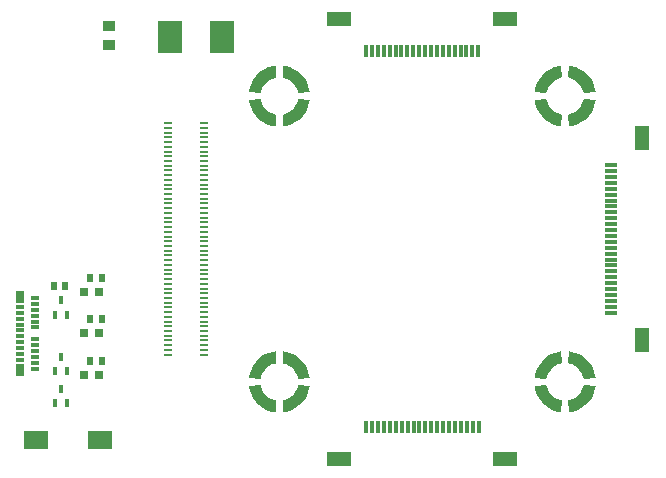
<source format=gtp>
G04*
G04 #@! TF.GenerationSoftware,Altium Limited,Altium Designer,20.0.13 (296)*
G04*
G04 Layer_Color=8421504*
%FSLAX44Y44*%
%MOMM*%
G71*
G01*
G75*
%ADD19R,2.1590X2.7430*%
%ADD20R,1.0000X0.9000*%
%ADD21R,0.3000X1.0000*%
%ADD22R,2.0000X1.3000*%
%ADD23R,1.3000X2.0000*%
%ADD24R,1.0000X0.3000*%
%ADD25R,0.5500X0.6500*%
%ADD26R,0.3000X0.7100*%
%ADD27R,0.7000X0.3000*%
%ADD28R,0.7000X1.0000*%
%ADD29R,0.7000X0.1800*%
%ADD30R,0.8000X0.8000*%
%ADD31R,2.0000X1.5000*%
G36*
X275831Y53194D02*
X276222Y63243D01*
X275028Y63501D01*
X272716Y64286D01*
X270551Y65413D01*
X268582Y66856D01*
X266856Y68582D01*
X265413Y70551D01*
X264286Y72716D01*
X263501Y75028D01*
X263243Y76222D01*
X263243D01*
X253194Y75831D01*
X253457Y73687D01*
X254684Y69544D01*
X256578Y65661D01*
X259088Y62143D01*
X262143Y59088D01*
X265661Y56578D01*
X269544Y54684D01*
X273687Y53457D01*
X275831Y53194D01*
X275831Y53194D01*
D02*
G37*
G36*
X253194Y82169D02*
X263243Y81778D01*
X263501Y82972D01*
X264286Y85284D01*
X265413Y87449D01*
X266856Y89418D01*
X268582Y91144D01*
X270551Y92587D01*
X272716Y93714D01*
X275028Y94499D01*
X276222Y94757D01*
D01*
X275831Y104806D01*
X273687Y104543D01*
X269544Y103316D01*
X265661Y101422D01*
X262143Y98912D01*
X259088Y95857D01*
X256578Y92339D01*
X254684Y88456D01*
X253457Y84313D01*
X253194Y82169D01*
X253194D01*
D02*
G37*
G36*
X304806Y75831D02*
X294757Y76222D01*
X294499Y75028D01*
X293714Y72716D01*
X292587Y70551D01*
X291144Y68582D01*
X289418Y66856D01*
X287449Y65413D01*
X285284Y64286D01*
X282972Y63501D01*
X281778Y63243D01*
X281778Y63243D01*
X282169Y53194D01*
X284313Y53457D01*
X288456Y54684D01*
X292339Y56578D01*
X295857Y59088D01*
X298912Y62143D01*
X301422Y65661D01*
X303316Y69544D01*
X304543Y73687D01*
X304806Y75831D01*
Y75831D01*
D02*
G37*
G36*
X282169Y104806D02*
X281778Y94757D01*
X282972Y94499D01*
X285284Y93714D01*
X287449Y92587D01*
X289418Y91144D01*
X291144Y89418D01*
X292587Y87449D01*
X293714Y85284D01*
X294499Y82972D01*
X294757Y81778D01*
Y81778D01*
X304806Y82169D01*
X304543Y84313D01*
X303316Y88456D01*
X301422Y92339D01*
X298912Y95857D01*
X295857Y98912D01*
X292339Y101422D01*
X288456Y103316D01*
X284313Y104543D01*
X282169Y104806D01*
D01*
D02*
G37*
G36*
X275831Y295194D02*
X276222Y305243D01*
X275028Y305501D01*
X272716Y306286D01*
X270551Y307413D01*
X268582Y308856D01*
X266856Y310582D01*
X265413Y312551D01*
X264286Y314716D01*
X263501Y317028D01*
X263243Y318222D01*
X263243D01*
X253194Y317831D01*
X253457Y315687D01*
X254684Y311544D01*
X256578Y307661D01*
X259088Y304143D01*
X262143Y301088D01*
X265661Y298578D01*
X269544Y296684D01*
X273687Y295457D01*
X275831Y295194D01*
X275831Y295194D01*
D02*
G37*
G36*
X253194Y324169D02*
X263243Y323778D01*
X263501Y324972D01*
X264286Y327284D01*
X265413Y329449D01*
X266856Y331418D01*
X268582Y333144D01*
X270551Y334587D01*
X272716Y335714D01*
X275028Y336499D01*
X276222Y336757D01*
D01*
X275831Y346806D01*
X273687Y346543D01*
X269544Y345316D01*
X265661Y343422D01*
X262143Y340913D01*
X259088Y337857D01*
X256578Y334339D01*
X254684Y330456D01*
X253457Y326313D01*
X253194Y324169D01*
X253194D01*
D02*
G37*
G36*
X304806Y317831D02*
X294757Y318222D01*
X294499Y317028D01*
X293714Y314716D01*
X292587Y312551D01*
X291144Y310582D01*
X289418Y308856D01*
X287449Y307413D01*
X285284Y306286D01*
X282972Y305501D01*
X281778Y305243D01*
X281778Y305243D01*
X282169Y295194D01*
X284313Y295457D01*
X288456Y296684D01*
X292339Y298578D01*
X295857Y301088D01*
X298912Y304143D01*
X301422Y307661D01*
X303316Y311544D01*
X304543Y315687D01*
X304806Y317831D01*
Y317831D01*
D02*
G37*
G36*
X282169Y346806D02*
X281778Y336757D01*
X282972Y336499D01*
X285284Y335714D01*
X287449Y334587D01*
X289418Y333144D01*
X291144Y331418D01*
X292587Y329449D01*
X293714Y327284D01*
X294499Y324972D01*
X294757Y323778D01*
Y323778D01*
X304806Y324169D01*
X304543Y326313D01*
X303316Y330456D01*
X301422Y334339D01*
X298912Y337857D01*
X295857Y340913D01*
X292339Y343422D01*
X288456Y345316D01*
X284313Y346543D01*
X282169Y346806D01*
D01*
D02*
G37*
G36*
X517831Y53194D02*
X518222Y63243D01*
X517028Y63501D01*
X514716Y64286D01*
X512551Y65413D01*
X510582Y66856D01*
X508856Y68582D01*
X507413Y70551D01*
X506286Y72716D01*
X505501Y75028D01*
X505243Y76222D01*
X505243D01*
X495194Y75831D01*
X495457Y73687D01*
X496684Y69544D01*
X498578Y65661D01*
X501088Y62143D01*
X504143Y59088D01*
X507661Y56578D01*
X511544Y54684D01*
X515687Y53457D01*
X517831Y53194D01*
X517831Y53194D01*
D02*
G37*
G36*
X495194Y82169D02*
X505243Y81778D01*
X505501Y82972D01*
X506286Y85284D01*
X507413Y87449D01*
X508856Y89418D01*
X510582Y91144D01*
X512551Y92587D01*
X514716Y93714D01*
X517028Y94499D01*
X518222Y94757D01*
D01*
X517831Y104806D01*
X515687Y104543D01*
X511544Y103316D01*
X507661Y101422D01*
X504143Y98912D01*
X501088Y95857D01*
X498578Y92339D01*
X496684Y88456D01*
X495457Y84313D01*
X495194Y82169D01*
X495194D01*
D02*
G37*
G36*
X546806Y75831D02*
X536757Y76222D01*
X536499Y75028D01*
X535714Y72716D01*
X534587Y70551D01*
X533144Y68582D01*
X531418Y66856D01*
X529449Y65413D01*
X527284Y64286D01*
X524972Y63501D01*
X523778Y63243D01*
X523778Y63243D01*
X524169Y53194D01*
X526313Y53457D01*
X530456Y54684D01*
X534339Y56578D01*
X537857Y59088D01*
X540913Y62143D01*
X543422Y65661D01*
X545316Y69544D01*
X546543Y73687D01*
X546806Y75831D01*
Y75831D01*
D02*
G37*
G36*
X524169Y104806D02*
X523778Y94757D01*
X524972Y94499D01*
X527284Y93714D01*
X529449Y92587D01*
X531418Y91144D01*
X533144Y89418D01*
X534587Y87449D01*
X535714Y85284D01*
X536499Y82972D01*
X536757Y81778D01*
Y81778D01*
X546806Y82169D01*
X546543Y84313D01*
X545316Y88456D01*
X543422Y92339D01*
X540913Y95857D01*
X537857Y98912D01*
X534339Y101422D01*
X530456Y103316D01*
X526313Y104543D01*
X524169Y104806D01*
D01*
D02*
G37*
G36*
X517831Y295194D02*
X518222Y305243D01*
X517028Y305501D01*
X514716Y306286D01*
X512551Y307413D01*
X510582Y308856D01*
X508856Y310582D01*
X507413Y312551D01*
X506286Y314716D01*
X505501Y317028D01*
X505243Y318222D01*
X505243D01*
X495194Y317831D01*
X495457Y315687D01*
X496684Y311544D01*
X498578Y307661D01*
X501088Y304143D01*
X504143Y301088D01*
X507661Y298578D01*
X511544Y296684D01*
X515687Y295457D01*
X517831Y295194D01*
X517831Y295194D01*
D02*
G37*
G36*
X495194Y324169D02*
X505243Y323778D01*
X505501Y324972D01*
X506286Y327284D01*
X507413Y329449D01*
X508856Y331418D01*
X510582Y333144D01*
X512551Y334587D01*
X514716Y335714D01*
X517028Y336499D01*
X518222Y336757D01*
D01*
X517831Y346806D01*
X515687Y346543D01*
X511544Y345316D01*
X507661Y343422D01*
X504143Y340913D01*
X501088Y337857D01*
X498578Y334339D01*
X496684Y330456D01*
X495457Y326313D01*
X495194Y324169D01*
X495194D01*
D02*
G37*
G36*
X546806Y317831D02*
X536757Y318222D01*
X536499Y317028D01*
X535714Y314716D01*
X534587Y312551D01*
X533144Y310582D01*
X531418Y308856D01*
X529449Y307413D01*
X527284Y306286D01*
X524972Y305501D01*
X523778Y305243D01*
X523778Y305243D01*
X524169Y295194D01*
X526313Y295457D01*
X530456Y296684D01*
X534339Y298578D01*
X537857Y301088D01*
X540913Y304143D01*
X543422Y307661D01*
X545316Y311544D01*
X546543Y315687D01*
X546806Y317831D01*
Y317831D01*
D02*
G37*
G36*
X524169Y346806D02*
X523778Y336757D01*
X524972Y336499D01*
X527284Y335714D01*
X529449Y334587D01*
X531418Y333144D01*
X533144Y331418D01*
X534587Y329449D01*
X535714Y327284D01*
X536499Y324972D01*
X536757Y323778D01*
Y323778D01*
X546806Y324169D01*
X546543Y326313D01*
X545316Y330456D01*
X543422Y334339D01*
X540913Y337857D01*
X537857Y340913D01*
X534339Y343422D01*
X530456Y345316D01*
X526313Y346543D01*
X524169Y346806D01*
D01*
D02*
G37*
D19*
X186333Y371217D02*
D03*
X230533D02*
D03*
D20*
X135000Y380500D02*
D03*
Y364500D02*
D03*
D21*
X357715Y40700D02*
D03*
X367715D02*
D03*
X362715D02*
D03*
X377715D02*
D03*
X387715D02*
D03*
X382715D02*
D03*
X397715D02*
D03*
X402715D02*
D03*
X407715D02*
D03*
X422715D02*
D03*
X432715D02*
D03*
X427715D02*
D03*
X442715D02*
D03*
X447715D02*
D03*
X352715D02*
D03*
X372715D02*
D03*
X392715D02*
D03*
X412715D02*
D03*
X417715D02*
D03*
X437715D02*
D03*
X442500Y358910D02*
D03*
X432500D02*
D03*
X437500D02*
D03*
X422500D02*
D03*
X412500D02*
D03*
X417500D02*
D03*
X402500D02*
D03*
X397500D02*
D03*
X392500D02*
D03*
X377500D02*
D03*
X367500D02*
D03*
X372500D02*
D03*
X357500D02*
D03*
X352500D02*
D03*
X447500D02*
D03*
X427500D02*
D03*
X407500D02*
D03*
X387500D02*
D03*
X382500D02*
D03*
X362500D02*
D03*
D22*
X470285Y13700D02*
D03*
X329715D02*
D03*
X329930Y385910D02*
D03*
X470500D02*
D03*
D23*
X586500Y114500D02*
D03*
Y285074D02*
D03*
D24*
X559500Y262500D02*
D03*
Y242500D02*
D03*
Y222500D02*
D03*
Y202500D02*
D03*
Y197500D02*
D03*
Y177500D02*
D03*
Y157500D02*
D03*
Y137500D02*
D03*
Y252500D02*
D03*
Y257500D02*
D03*
Y247500D02*
D03*
Y232500D02*
D03*
Y237500D02*
D03*
Y227500D02*
D03*
Y212500D02*
D03*
Y217500D02*
D03*
Y207500D02*
D03*
Y192500D02*
D03*
Y187500D02*
D03*
Y182500D02*
D03*
Y167500D02*
D03*
Y172500D02*
D03*
Y162500D02*
D03*
Y147500D02*
D03*
Y152500D02*
D03*
Y142500D02*
D03*
D25*
X119000Y97000D02*
D03*
X129000D02*
D03*
X98000Y160000D02*
D03*
X88000D02*
D03*
X119000Y132000D02*
D03*
X129000D02*
D03*
X119000Y167000D02*
D03*
X129000D02*
D03*
D26*
X94000Y100100D02*
D03*
X99000Y87900D02*
D03*
X89000D02*
D03*
X94000Y148100D02*
D03*
X99000Y135900D02*
D03*
X89000D02*
D03*
X94000Y73100D02*
D03*
X99000Y60900D02*
D03*
X89000D02*
D03*
D27*
X59500Y97500D02*
D03*
Y102500D02*
D03*
X72500Y150000D02*
D03*
Y145000D02*
D03*
Y140000D02*
D03*
Y135000D02*
D03*
Y130000D02*
D03*
Y125000D02*
D03*
Y115000D02*
D03*
Y110000D02*
D03*
Y105000D02*
D03*
Y100000D02*
D03*
Y95000D02*
D03*
Y90000D02*
D03*
X59500Y107500D02*
D03*
Y112500D02*
D03*
Y117500D02*
D03*
Y122500D02*
D03*
Y127500D02*
D03*
Y132500D02*
D03*
Y137500D02*
D03*
Y142500D02*
D03*
D28*
Y89000D02*
D03*
Y151000D02*
D03*
D29*
X184600Y102000D02*
D03*
Y106000D02*
D03*
Y110000D02*
D03*
Y114000D02*
D03*
Y118000D02*
D03*
Y122000D02*
D03*
Y126000D02*
D03*
Y130000D02*
D03*
Y134000D02*
D03*
Y138000D02*
D03*
Y142000D02*
D03*
Y146000D02*
D03*
Y150000D02*
D03*
Y154000D02*
D03*
Y158000D02*
D03*
Y162000D02*
D03*
Y166000D02*
D03*
Y170000D02*
D03*
Y174000D02*
D03*
Y178000D02*
D03*
Y182000D02*
D03*
Y186000D02*
D03*
Y190000D02*
D03*
Y194000D02*
D03*
Y198000D02*
D03*
Y202000D02*
D03*
Y206000D02*
D03*
Y210000D02*
D03*
Y214000D02*
D03*
Y218000D02*
D03*
Y222000D02*
D03*
Y226000D02*
D03*
Y230000D02*
D03*
Y234000D02*
D03*
Y238000D02*
D03*
Y242000D02*
D03*
Y246000D02*
D03*
Y250000D02*
D03*
Y254000D02*
D03*
Y258000D02*
D03*
Y262000D02*
D03*
Y266000D02*
D03*
Y270000D02*
D03*
Y274000D02*
D03*
Y278000D02*
D03*
Y282000D02*
D03*
Y286000D02*
D03*
Y290000D02*
D03*
Y294000D02*
D03*
Y298000D02*
D03*
X215400Y102000D02*
D03*
Y106000D02*
D03*
Y110000D02*
D03*
Y114000D02*
D03*
Y118000D02*
D03*
Y122000D02*
D03*
Y126000D02*
D03*
Y130000D02*
D03*
Y134000D02*
D03*
Y138000D02*
D03*
Y142000D02*
D03*
Y146000D02*
D03*
Y150000D02*
D03*
Y154000D02*
D03*
Y158000D02*
D03*
Y162000D02*
D03*
Y166000D02*
D03*
Y170000D02*
D03*
Y174000D02*
D03*
Y178000D02*
D03*
Y182000D02*
D03*
Y186000D02*
D03*
Y190000D02*
D03*
Y194000D02*
D03*
Y198000D02*
D03*
Y202000D02*
D03*
Y206000D02*
D03*
Y210000D02*
D03*
Y214000D02*
D03*
Y218000D02*
D03*
Y222000D02*
D03*
Y226000D02*
D03*
Y230000D02*
D03*
Y234000D02*
D03*
Y238000D02*
D03*
Y242000D02*
D03*
Y246000D02*
D03*
Y250000D02*
D03*
Y254000D02*
D03*
Y258000D02*
D03*
Y262000D02*
D03*
Y266000D02*
D03*
Y270000D02*
D03*
Y274000D02*
D03*
Y278000D02*
D03*
Y282000D02*
D03*
Y286000D02*
D03*
Y290000D02*
D03*
Y294000D02*
D03*
Y298000D02*
D03*
D30*
X126250Y85000D02*
D03*
X113750D02*
D03*
X126250Y120000D02*
D03*
X113750D02*
D03*
X126250Y155000D02*
D03*
X113750D02*
D03*
D31*
X73000Y30000D02*
D03*
X127000D02*
D03*
M02*

</source>
